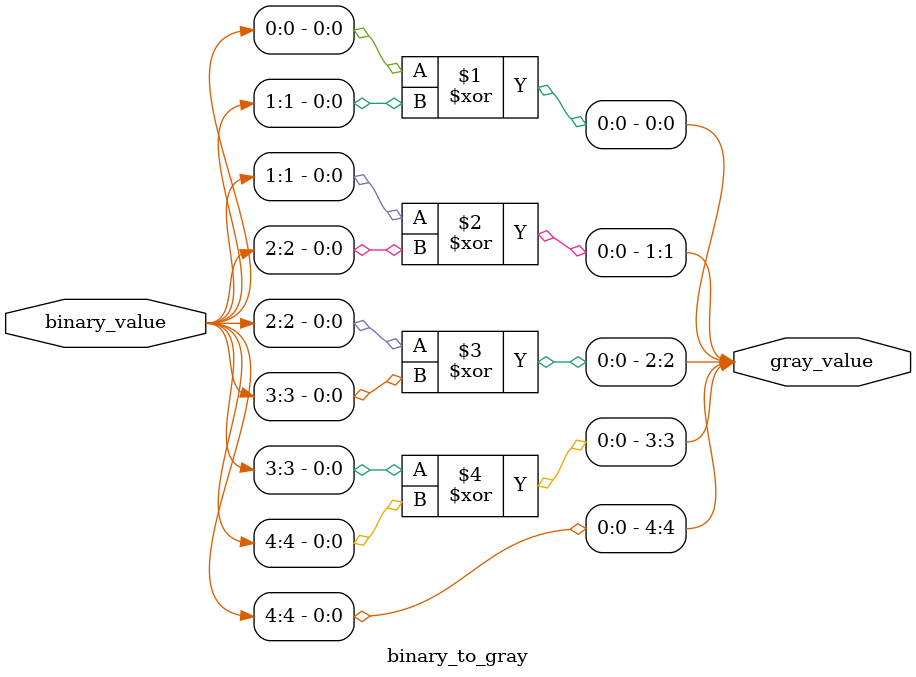
<source format=v>

module binary_to_gray #(parameter PTR = 4)
(binary_value,gray_value);
input [PTR:0] binary_value;
output [PTR:0] gray_value;
wire [PTR:0] gray_value;
generate
	genvar i;
	for(i=0;i<(PTR);i=i+1) begin :generate_block_identifier
			assign gray_value[i] = binary_value[i] ^ binary_value[i+1];
		end
endgenerate
assign gray_value[PTR] = binary_value[PTR];
endmodule
</source>
